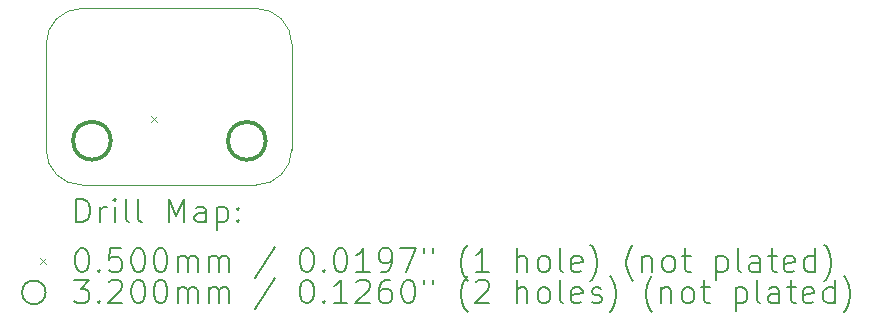
<source format=gbr>
%TF.GenerationSoftware,KiCad,Pcbnew,7.0.6*%
%TF.CreationDate,2024-09-27T12:31:37-07:00*%
%TF.ProjectId,microphone,6d696372-6f70-4686-9f6e-652e6b696361,rev?*%
%TF.SameCoordinates,Original*%
%TF.FileFunction,Drillmap*%
%TF.FilePolarity,Positive*%
%FSLAX45Y45*%
G04 Gerber Fmt 4.5, Leading zero omitted, Abs format (unit mm)*
G04 Created by KiCad (PCBNEW 7.0.6) date 2024-09-27 12:31:37*
%MOMM*%
%LPD*%
G01*
G04 APERTURE LIST*
%ADD10C,0.100000*%
%ADD11C,0.200000*%
%ADD12C,0.050000*%
%ADD13C,0.320000*%
G04 APERTURE END LIST*
D10*
X21733000Y-14384000D02*
G75*
G03*
X22033000Y-14684000I300000J0D01*
G01*
X23812000Y-13489000D02*
G75*
G03*
X23512000Y-13189000I-300000J0D01*
G01*
X23512000Y-14684000D02*
G75*
G03*
X23812000Y-14384000I0J300000D01*
G01*
X22033000Y-13189000D02*
X23512000Y-13189000D01*
X23512000Y-14684000D02*
X22033000Y-14684000D01*
X21733000Y-14384000D02*
X21733000Y-13489000D01*
X22033000Y-13189000D02*
G75*
G03*
X21733000Y-13489000I0J-300000D01*
G01*
X23812000Y-13489000D02*
X23812000Y-14384000D01*
D11*
D12*
X22620550Y-14098000D02*
X22670550Y-14148000D01*
X22670550Y-14098000D02*
X22620550Y-14148000D01*
D13*
X22280000Y-14309000D02*
G75*
G03*
X22280000Y-14309000I-160000J0D01*
G01*
X23592000Y-14310000D02*
G75*
G03*
X23592000Y-14310000I-160000J0D01*
G01*
D11*
X21988777Y-15000484D02*
X21988777Y-14800484D01*
X21988777Y-14800484D02*
X22036396Y-14800484D01*
X22036396Y-14800484D02*
X22064967Y-14810008D01*
X22064967Y-14810008D02*
X22084015Y-14829055D01*
X22084015Y-14829055D02*
X22093539Y-14848103D01*
X22093539Y-14848103D02*
X22103063Y-14886198D01*
X22103063Y-14886198D02*
X22103063Y-14914769D01*
X22103063Y-14914769D02*
X22093539Y-14952865D01*
X22093539Y-14952865D02*
X22084015Y-14971912D01*
X22084015Y-14971912D02*
X22064967Y-14990960D01*
X22064967Y-14990960D02*
X22036396Y-15000484D01*
X22036396Y-15000484D02*
X21988777Y-15000484D01*
X22188777Y-15000484D02*
X22188777Y-14867150D01*
X22188777Y-14905246D02*
X22198301Y-14886198D01*
X22198301Y-14886198D02*
X22207824Y-14876674D01*
X22207824Y-14876674D02*
X22226872Y-14867150D01*
X22226872Y-14867150D02*
X22245920Y-14867150D01*
X22312586Y-15000484D02*
X22312586Y-14867150D01*
X22312586Y-14800484D02*
X22303063Y-14810008D01*
X22303063Y-14810008D02*
X22312586Y-14819531D01*
X22312586Y-14819531D02*
X22322110Y-14810008D01*
X22322110Y-14810008D02*
X22312586Y-14800484D01*
X22312586Y-14800484D02*
X22312586Y-14819531D01*
X22436396Y-15000484D02*
X22417348Y-14990960D01*
X22417348Y-14990960D02*
X22407824Y-14971912D01*
X22407824Y-14971912D02*
X22407824Y-14800484D01*
X22541158Y-15000484D02*
X22522110Y-14990960D01*
X22522110Y-14990960D02*
X22512586Y-14971912D01*
X22512586Y-14971912D02*
X22512586Y-14800484D01*
X22769729Y-15000484D02*
X22769729Y-14800484D01*
X22769729Y-14800484D02*
X22836396Y-14943341D01*
X22836396Y-14943341D02*
X22903062Y-14800484D01*
X22903062Y-14800484D02*
X22903062Y-15000484D01*
X23084015Y-15000484D02*
X23084015Y-14895722D01*
X23084015Y-14895722D02*
X23074491Y-14876674D01*
X23074491Y-14876674D02*
X23055443Y-14867150D01*
X23055443Y-14867150D02*
X23017348Y-14867150D01*
X23017348Y-14867150D02*
X22998301Y-14876674D01*
X23084015Y-14990960D02*
X23064967Y-15000484D01*
X23064967Y-15000484D02*
X23017348Y-15000484D01*
X23017348Y-15000484D02*
X22998301Y-14990960D01*
X22998301Y-14990960D02*
X22988777Y-14971912D01*
X22988777Y-14971912D02*
X22988777Y-14952865D01*
X22988777Y-14952865D02*
X22998301Y-14933817D01*
X22998301Y-14933817D02*
X23017348Y-14924293D01*
X23017348Y-14924293D02*
X23064967Y-14924293D01*
X23064967Y-14924293D02*
X23084015Y-14914769D01*
X23179253Y-14867150D02*
X23179253Y-15067150D01*
X23179253Y-14876674D02*
X23198301Y-14867150D01*
X23198301Y-14867150D02*
X23236396Y-14867150D01*
X23236396Y-14867150D02*
X23255443Y-14876674D01*
X23255443Y-14876674D02*
X23264967Y-14886198D01*
X23264967Y-14886198D02*
X23274491Y-14905246D01*
X23274491Y-14905246D02*
X23274491Y-14962388D01*
X23274491Y-14962388D02*
X23264967Y-14981436D01*
X23264967Y-14981436D02*
X23255443Y-14990960D01*
X23255443Y-14990960D02*
X23236396Y-15000484D01*
X23236396Y-15000484D02*
X23198301Y-15000484D01*
X23198301Y-15000484D02*
X23179253Y-14990960D01*
X23360205Y-14981436D02*
X23369729Y-14990960D01*
X23369729Y-14990960D02*
X23360205Y-15000484D01*
X23360205Y-15000484D02*
X23350682Y-14990960D01*
X23350682Y-14990960D02*
X23360205Y-14981436D01*
X23360205Y-14981436D02*
X23360205Y-15000484D01*
X23360205Y-14876674D02*
X23369729Y-14886198D01*
X23369729Y-14886198D02*
X23360205Y-14895722D01*
X23360205Y-14895722D02*
X23350682Y-14886198D01*
X23350682Y-14886198D02*
X23360205Y-14876674D01*
X23360205Y-14876674D02*
X23360205Y-14895722D01*
D12*
X21678000Y-15304000D02*
X21728000Y-15354000D01*
X21728000Y-15304000D02*
X21678000Y-15354000D01*
D11*
X22026872Y-15220484D02*
X22045920Y-15220484D01*
X22045920Y-15220484D02*
X22064967Y-15230008D01*
X22064967Y-15230008D02*
X22074491Y-15239531D01*
X22074491Y-15239531D02*
X22084015Y-15258579D01*
X22084015Y-15258579D02*
X22093539Y-15296674D01*
X22093539Y-15296674D02*
X22093539Y-15344293D01*
X22093539Y-15344293D02*
X22084015Y-15382388D01*
X22084015Y-15382388D02*
X22074491Y-15401436D01*
X22074491Y-15401436D02*
X22064967Y-15410960D01*
X22064967Y-15410960D02*
X22045920Y-15420484D01*
X22045920Y-15420484D02*
X22026872Y-15420484D01*
X22026872Y-15420484D02*
X22007824Y-15410960D01*
X22007824Y-15410960D02*
X21998301Y-15401436D01*
X21998301Y-15401436D02*
X21988777Y-15382388D01*
X21988777Y-15382388D02*
X21979253Y-15344293D01*
X21979253Y-15344293D02*
X21979253Y-15296674D01*
X21979253Y-15296674D02*
X21988777Y-15258579D01*
X21988777Y-15258579D02*
X21998301Y-15239531D01*
X21998301Y-15239531D02*
X22007824Y-15230008D01*
X22007824Y-15230008D02*
X22026872Y-15220484D01*
X22179253Y-15401436D02*
X22188777Y-15410960D01*
X22188777Y-15410960D02*
X22179253Y-15420484D01*
X22179253Y-15420484D02*
X22169729Y-15410960D01*
X22169729Y-15410960D02*
X22179253Y-15401436D01*
X22179253Y-15401436D02*
X22179253Y-15420484D01*
X22369729Y-15220484D02*
X22274491Y-15220484D01*
X22274491Y-15220484D02*
X22264967Y-15315722D01*
X22264967Y-15315722D02*
X22274491Y-15306198D01*
X22274491Y-15306198D02*
X22293539Y-15296674D01*
X22293539Y-15296674D02*
X22341158Y-15296674D01*
X22341158Y-15296674D02*
X22360205Y-15306198D01*
X22360205Y-15306198D02*
X22369729Y-15315722D01*
X22369729Y-15315722D02*
X22379253Y-15334769D01*
X22379253Y-15334769D02*
X22379253Y-15382388D01*
X22379253Y-15382388D02*
X22369729Y-15401436D01*
X22369729Y-15401436D02*
X22360205Y-15410960D01*
X22360205Y-15410960D02*
X22341158Y-15420484D01*
X22341158Y-15420484D02*
X22293539Y-15420484D01*
X22293539Y-15420484D02*
X22274491Y-15410960D01*
X22274491Y-15410960D02*
X22264967Y-15401436D01*
X22503062Y-15220484D02*
X22522110Y-15220484D01*
X22522110Y-15220484D02*
X22541158Y-15230008D01*
X22541158Y-15230008D02*
X22550682Y-15239531D01*
X22550682Y-15239531D02*
X22560205Y-15258579D01*
X22560205Y-15258579D02*
X22569729Y-15296674D01*
X22569729Y-15296674D02*
X22569729Y-15344293D01*
X22569729Y-15344293D02*
X22560205Y-15382388D01*
X22560205Y-15382388D02*
X22550682Y-15401436D01*
X22550682Y-15401436D02*
X22541158Y-15410960D01*
X22541158Y-15410960D02*
X22522110Y-15420484D01*
X22522110Y-15420484D02*
X22503062Y-15420484D01*
X22503062Y-15420484D02*
X22484015Y-15410960D01*
X22484015Y-15410960D02*
X22474491Y-15401436D01*
X22474491Y-15401436D02*
X22464967Y-15382388D01*
X22464967Y-15382388D02*
X22455443Y-15344293D01*
X22455443Y-15344293D02*
X22455443Y-15296674D01*
X22455443Y-15296674D02*
X22464967Y-15258579D01*
X22464967Y-15258579D02*
X22474491Y-15239531D01*
X22474491Y-15239531D02*
X22484015Y-15230008D01*
X22484015Y-15230008D02*
X22503062Y-15220484D01*
X22693539Y-15220484D02*
X22712586Y-15220484D01*
X22712586Y-15220484D02*
X22731634Y-15230008D01*
X22731634Y-15230008D02*
X22741158Y-15239531D01*
X22741158Y-15239531D02*
X22750682Y-15258579D01*
X22750682Y-15258579D02*
X22760205Y-15296674D01*
X22760205Y-15296674D02*
X22760205Y-15344293D01*
X22760205Y-15344293D02*
X22750682Y-15382388D01*
X22750682Y-15382388D02*
X22741158Y-15401436D01*
X22741158Y-15401436D02*
X22731634Y-15410960D01*
X22731634Y-15410960D02*
X22712586Y-15420484D01*
X22712586Y-15420484D02*
X22693539Y-15420484D01*
X22693539Y-15420484D02*
X22674491Y-15410960D01*
X22674491Y-15410960D02*
X22664967Y-15401436D01*
X22664967Y-15401436D02*
X22655443Y-15382388D01*
X22655443Y-15382388D02*
X22645920Y-15344293D01*
X22645920Y-15344293D02*
X22645920Y-15296674D01*
X22645920Y-15296674D02*
X22655443Y-15258579D01*
X22655443Y-15258579D02*
X22664967Y-15239531D01*
X22664967Y-15239531D02*
X22674491Y-15230008D01*
X22674491Y-15230008D02*
X22693539Y-15220484D01*
X22845920Y-15420484D02*
X22845920Y-15287150D01*
X22845920Y-15306198D02*
X22855443Y-15296674D01*
X22855443Y-15296674D02*
X22874491Y-15287150D01*
X22874491Y-15287150D02*
X22903063Y-15287150D01*
X22903063Y-15287150D02*
X22922110Y-15296674D01*
X22922110Y-15296674D02*
X22931634Y-15315722D01*
X22931634Y-15315722D02*
X22931634Y-15420484D01*
X22931634Y-15315722D02*
X22941158Y-15296674D01*
X22941158Y-15296674D02*
X22960205Y-15287150D01*
X22960205Y-15287150D02*
X22988777Y-15287150D01*
X22988777Y-15287150D02*
X23007824Y-15296674D01*
X23007824Y-15296674D02*
X23017348Y-15315722D01*
X23017348Y-15315722D02*
X23017348Y-15420484D01*
X23112586Y-15420484D02*
X23112586Y-15287150D01*
X23112586Y-15306198D02*
X23122110Y-15296674D01*
X23122110Y-15296674D02*
X23141158Y-15287150D01*
X23141158Y-15287150D02*
X23169729Y-15287150D01*
X23169729Y-15287150D02*
X23188777Y-15296674D01*
X23188777Y-15296674D02*
X23198301Y-15315722D01*
X23198301Y-15315722D02*
X23198301Y-15420484D01*
X23198301Y-15315722D02*
X23207824Y-15296674D01*
X23207824Y-15296674D02*
X23226872Y-15287150D01*
X23226872Y-15287150D02*
X23255443Y-15287150D01*
X23255443Y-15287150D02*
X23274491Y-15296674D01*
X23274491Y-15296674D02*
X23284015Y-15315722D01*
X23284015Y-15315722D02*
X23284015Y-15420484D01*
X23674491Y-15210960D02*
X23503063Y-15468103D01*
X23931634Y-15220484D02*
X23950682Y-15220484D01*
X23950682Y-15220484D02*
X23969729Y-15230008D01*
X23969729Y-15230008D02*
X23979253Y-15239531D01*
X23979253Y-15239531D02*
X23988777Y-15258579D01*
X23988777Y-15258579D02*
X23998301Y-15296674D01*
X23998301Y-15296674D02*
X23998301Y-15344293D01*
X23998301Y-15344293D02*
X23988777Y-15382388D01*
X23988777Y-15382388D02*
X23979253Y-15401436D01*
X23979253Y-15401436D02*
X23969729Y-15410960D01*
X23969729Y-15410960D02*
X23950682Y-15420484D01*
X23950682Y-15420484D02*
X23931634Y-15420484D01*
X23931634Y-15420484D02*
X23912586Y-15410960D01*
X23912586Y-15410960D02*
X23903063Y-15401436D01*
X23903063Y-15401436D02*
X23893539Y-15382388D01*
X23893539Y-15382388D02*
X23884015Y-15344293D01*
X23884015Y-15344293D02*
X23884015Y-15296674D01*
X23884015Y-15296674D02*
X23893539Y-15258579D01*
X23893539Y-15258579D02*
X23903063Y-15239531D01*
X23903063Y-15239531D02*
X23912586Y-15230008D01*
X23912586Y-15230008D02*
X23931634Y-15220484D01*
X24084015Y-15401436D02*
X24093539Y-15410960D01*
X24093539Y-15410960D02*
X24084015Y-15420484D01*
X24084015Y-15420484D02*
X24074491Y-15410960D01*
X24074491Y-15410960D02*
X24084015Y-15401436D01*
X24084015Y-15401436D02*
X24084015Y-15420484D01*
X24217348Y-15220484D02*
X24236396Y-15220484D01*
X24236396Y-15220484D02*
X24255444Y-15230008D01*
X24255444Y-15230008D02*
X24264967Y-15239531D01*
X24264967Y-15239531D02*
X24274491Y-15258579D01*
X24274491Y-15258579D02*
X24284015Y-15296674D01*
X24284015Y-15296674D02*
X24284015Y-15344293D01*
X24284015Y-15344293D02*
X24274491Y-15382388D01*
X24274491Y-15382388D02*
X24264967Y-15401436D01*
X24264967Y-15401436D02*
X24255444Y-15410960D01*
X24255444Y-15410960D02*
X24236396Y-15420484D01*
X24236396Y-15420484D02*
X24217348Y-15420484D01*
X24217348Y-15420484D02*
X24198301Y-15410960D01*
X24198301Y-15410960D02*
X24188777Y-15401436D01*
X24188777Y-15401436D02*
X24179253Y-15382388D01*
X24179253Y-15382388D02*
X24169729Y-15344293D01*
X24169729Y-15344293D02*
X24169729Y-15296674D01*
X24169729Y-15296674D02*
X24179253Y-15258579D01*
X24179253Y-15258579D02*
X24188777Y-15239531D01*
X24188777Y-15239531D02*
X24198301Y-15230008D01*
X24198301Y-15230008D02*
X24217348Y-15220484D01*
X24474491Y-15420484D02*
X24360206Y-15420484D01*
X24417348Y-15420484D02*
X24417348Y-15220484D01*
X24417348Y-15220484D02*
X24398301Y-15249055D01*
X24398301Y-15249055D02*
X24379253Y-15268103D01*
X24379253Y-15268103D02*
X24360206Y-15277627D01*
X24569729Y-15420484D02*
X24607825Y-15420484D01*
X24607825Y-15420484D02*
X24626872Y-15410960D01*
X24626872Y-15410960D02*
X24636396Y-15401436D01*
X24636396Y-15401436D02*
X24655444Y-15372865D01*
X24655444Y-15372865D02*
X24664967Y-15334769D01*
X24664967Y-15334769D02*
X24664967Y-15258579D01*
X24664967Y-15258579D02*
X24655444Y-15239531D01*
X24655444Y-15239531D02*
X24645920Y-15230008D01*
X24645920Y-15230008D02*
X24626872Y-15220484D01*
X24626872Y-15220484D02*
X24588777Y-15220484D01*
X24588777Y-15220484D02*
X24569729Y-15230008D01*
X24569729Y-15230008D02*
X24560206Y-15239531D01*
X24560206Y-15239531D02*
X24550682Y-15258579D01*
X24550682Y-15258579D02*
X24550682Y-15306198D01*
X24550682Y-15306198D02*
X24560206Y-15325246D01*
X24560206Y-15325246D02*
X24569729Y-15334769D01*
X24569729Y-15334769D02*
X24588777Y-15344293D01*
X24588777Y-15344293D02*
X24626872Y-15344293D01*
X24626872Y-15344293D02*
X24645920Y-15334769D01*
X24645920Y-15334769D02*
X24655444Y-15325246D01*
X24655444Y-15325246D02*
X24664967Y-15306198D01*
X24731634Y-15220484D02*
X24864967Y-15220484D01*
X24864967Y-15220484D02*
X24779253Y-15420484D01*
X24931634Y-15220484D02*
X24931634Y-15258579D01*
X25007825Y-15220484D02*
X25007825Y-15258579D01*
X25303063Y-15496674D02*
X25293539Y-15487150D01*
X25293539Y-15487150D02*
X25274491Y-15458579D01*
X25274491Y-15458579D02*
X25264968Y-15439531D01*
X25264968Y-15439531D02*
X25255444Y-15410960D01*
X25255444Y-15410960D02*
X25245920Y-15363341D01*
X25245920Y-15363341D02*
X25245920Y-15325246D01*
X25245920Y-15325246D02*
X25255444Y-15277627D01*
X25255444Y-15277627D02*
X25264968Y-15249055D01*
X25264968Y-15249055D02*
X25274491Y-15230008D01*
X25274491Y-15230008D02*
X25293539Y-15201436D01*
X25293539Y-15201436D02*
X25303063Y-15191912D01*
X25484015Y-15420484D02*
X25369729Y-15420484D01*
X25426872Y-15420484D02*
X25426872Y-15220484D01*
X25426872Y-15220484D02*
X25407825Y-15249055D01*
X25407825Y-15249055D02*
X25388777Y-15268103D01*
X25388777Y-15268103D02*
X25369729Y-15277627D01*
X25722110Y-15420484D02*
X25722110Y-15220484D01*
X25807825Y-15420484D02*
X25807825Y-15315722D01*
X25807825Y-15315722D02*
X25798301Y-15296674D01*
X25798301Y-15296674D02*
X25779253Y-15287150D01*
X25779253Y-15287150D02*
X25750682Y-15287150D01*
X25750682Y-15287150D02*
X25731634Y-15296674D01*
X25731634Y-15296674D02*
X25722110Y-15306198D01*
X25931634Y-15420484D02*
X25912587Y-15410960D01*
X25912587Y-15410960D02*
X25903063Y-15401436D01*
X25903063Y-15401436D02*
X25893539Y-15382388D01*
X25893539Y-15382388D02*
X25893539Y-15325246D01*
X25893539Y-15325246D02*
X25903063Y-15306198D01*
X25903063Y-15306198D02*
X25912587Y-15296674D01*
X25912587Y-15296674D02*
X25931634Y-15287150D01*
X25931634Y-15287150D02*
X25960206Y-15287150D01*
X25960206Y-15287150D02*
X25979253Y-15296674D01*
X25979253Y-15296674D02*
X25988777Y-15306198D01*
X25988777Y-15306198D02*
X25998301Y-15325246D01*
X25998301Y-15325246D02*
X25998301Y-15382388D01*
X25998301Y-15382388D02*
X25988777Y-15401436D01*
X25988777Y-15401436D02*
X25979253Y-15410960D01*
X25979253Y-15410960D02*
X25960206Y-15420484D01*
X25960206Y-15420484D02*
X25931634Y-15420484D01*
X26112587Y-15420484D02*
X26093539Y-15410960D01*
X26093539Y-15410960D02*
X26084015Y-15391912D01*
X26084015Y-15391912D02*
X26084015Y-15220484D01*
X26264968Y-15410960D02*
X26245920Y-15420484D01*
X26245920Y-15420484D02*
X26207825Y-15420484D01*
X26207825Y-15420484D02*
X26188777Y-15410960D01*
X26188777Y-15410960D02*
X26179253Y-15391912D01*
X26179253Y-15391912D02*
X26179253Y-15315722D01*
X26179253Y-15315722D02*
X26188777Y-15296674D01*
X26188777Y-15296674D02*
X26207825Y-15287150D01*
X26207825Y-15287150D02*
X26245920Y-15287150D01*
X26245920Y-15287150D02*
X26264968Y-15296674D01*
X26264968Y-15296674D02*
X26274491Y-15315722D01*
X26274491Y-15315722D02*
X26274491Y-15334769D01*
X26274491Y-15334769D02*
X26179253Y-15353817D01*
X26341158Y-15496674D02*
X26350682Y-15487150D01*
X26350682Y-15487150D02*
X26369730Y-15458579D01*
X26369730Y-15458579D02*
X26379253Y-15439531D01*
X26379253Y-15439531D02*
X26388777Y-15410960D01*
X26388777Y-15410960D02*
X26398301Y-15363341D01*
X26398301Y-15363341D02*
X26398301Y-15325246D01*
X26398301Y-15325246D02*
X26388777Y-15277627D01*
X26388777Y-15277627D02*
X26379253Y-15249055D01*
X26379253Y-15249055D02*
X26369730Y-15230008D01*
X26369730Y-15230008D02*
X26350682Y-15201436D01*
X26350682Y-15201436D02*
X26341158Y-15191912D01*
X26703063Y-15496674D02*
X26693539Y-15487150D01*
X26693539Y-15487150D02*
X26674491Y-15458579D01*
X26674491Y-15458579D02*
X26664968Y-15439531D01*
X26664968Y-15439531D02*
X26655444Y-15410960D01*
X26655444Y-15410960D02*
X26645920Y-15363341D01*
X26645920Y-15363341D02*
X26645920Y-15325246D01*
X26645920Y-15325246D02*
X26655444Y-15277627D01*
X26655444Y-15277627D02*
X26664968Y-15249055D01*
X26664968Y-15249055D02*
X26674491Y-15230008D01*
X26674491Y-15230008D02*
X26693539Y-15201436D01*
X26693539Y-15201436D02*
X26703063Y-15191912D01*
X26779253Y-15287150D02*
X26779253Y-15420484D01*
X26779253Y-15306198D02*
X26788777Y-15296674D01*
X26788777Y-15296674D02*
X26807825Y-15287150D01*
X26807825Y-15287150D02*
X26836396Y-15287150D01*
X26836396Y-15287150D02*
X26855444Y-15296674D01*
X26855444Y-15296674D02*
X26864968Y-15315722D01*
X26864968Y-15315722D02*
X26864968Y-15420484D01*
X26988777Y-15420484D02*
X26969730Y-15410960D01*
X26969730Y-15410960D02*
X26960206Y-15401436D01*
X26960206Y-15401436D02*
X26950682Y-15382388D01*
X26950682Y-15382388D02*
X26950682Y-15325246D01*
X26950682Y-15325246D02*
X26960206Y-15306198D01*
X26960206Y-15306198D02*
X26969730Y-15296674D01*
X26969730Y-15296674D02*
X26988777Y-15287150D01*
X26988777Y-15287150D02*
X27017349Y-15287150D01*
X27017349Y-15287150D02*
X27036396Y-15296674D01*
X27036396Y-15296674D02*
X27045920Y-15306198D01*
X27045920Y-15306198D02*
X27055444Y-15325246D01*
X27055444Y-15325246D02*
X27055444Y-15382388D01*
X27055444Y-15382388D02*
X27045920Y-15401436D01*
X27045920Y-15401436D02*
X27036396Y-15410960D01*
X27036396Y-15410960D02*
X27017349Y-15420484D01*
X27017349Y-15420484D02*
X26988777Y-15420484D01*
X27112587Y-15287150D02*
X27188777Y-15287150D01*
X27141158Y-15220484D02*
X27141158Y-15391912D01*
X27141158Y-15391912D02*
X27150682Y-15410960D01*
X27150682Y-15410960D02*
X27169730Y-15420484D01*
X27169730Y-15420484D02*
X27188777Y-15420484D01*
X27407825Y-15287150D02*
X27407825Y-15487150D01*
X27407825Y-15296674D02*
X27426872Y-15287150D01*
X27426872Y-15287150D02*
X27464968Y-15287150D01*
X27464968Y-15287150D02*
X27484015Y-15296674D01*
X27484015Y-15296674D02*
X27493539Y-15306198D01*
X27493539Y-15306198D02*
X27503063Y-15325246D01*
X27503063Y-15325246D02*
X27503063Y-15382388D01*
X27503063Y-15382388D02*
X27493539Y-15401436D01*
X27493539Y-15401436D02*
X27484015Y-15410960D01*
X27484015Y-15410960D02*
X27464968Y-15420484D01*
X27464968Y-15420484D02*
X27426872Y-15420484D01*
X27426872Y-15420484D02*
X27407825Y-15410960D01*
X27617349Y-15420484D02*
X27598301Y-15410960D01*
X27598301Y-15410960D02*
X27588777Y-15391912D01*
X27588777Y-15391912D02*
X27588777Y-15220484D01*
X27779253Y-15420484D02*
X27779253Y-15315722D01*
X27779253Y-15315722D02*
X27769730Y-15296674D01*
X27769730Y-15296674D02*
X27750682Y-15287150D01*
X27750682Y-15287150D02*
X27712587Y-15287150D01*
X27712587Y-15287150D02*
X27693539Y-15296674D01*
X27779253Y-15410960D02*
X27760206Y-15420484D01*
X27760206Y-15420484D02*
X27712587Y-15420484D01*
X27712587Y-15420484D02*
X27693539Y-15410960D01*
X27693539Y-15410960D02*
X27684015Y-15391912D01*
X27684015Y-15391912D02*
X27684015Y-15372865D01*
X27684015Y-15372865D02*
X27693539Y-15353817D01*
X27693539Y-15353817D02*
X27712587Y-15344293D01*
X27712587Y-15344293D02*
X27760206Y-15344293D01*
X27760206Y-15344293D02*
X27779253Y-15334769D01*
X27845920Y-15287150D02*
X27922111Y-15287150D01*
X27874492Y-15220484D02*
X27874492Y-15391912D01*
X27874492Y-15391912D02*
X27884015Y-15410960D01*
X27884015Y-15410960D02*
X27903063Y-15420484D01*
X27903063Y-15420484D02*
X27922111Y-15420484D01*
X28064968Y-15410960D02*
X28045920Y-15420484D01*
X28045920Y-15420484D02*
X28007825Y-15420484D01*
X28007825Y-15420484D02*
X27988777Y-15410960D01*
X27988777Y-15410960D02*
X27979253Y-15391912D01*
X27979253Y-15391912D02*
X27979253Y-15315722D01*
X27979253Y-15315722D02*
X27988777Y-15296674D01*
X27988777Y-15296674D02*
X28007825Y-15287150D01*
X28007825Y-15287150D02*
X28045920Y-15287150D01*
X28045920Y-15287150D02*
X28064968Y-15296674D01*
X28064968Y-15296674D02*
X28074492Y-15315722D01*
X28074492Y-15315722D02*
X28074492Y-15334769D01*
X28074492Y-15334769D02*
X27979253Y-15353817D01*
X28245920Y-15420484D02*
X28245920Y-15220484D01*
X28245920Y-15410960D02*
X28226873Y-15420484D01*
X28226873Y-15420484D02*
X28188777Y-15420484D01*
X28188777Y-15420484D02*
X28169730Y-15410960D01*
X28169730Y-15410960D02*
X28160206Y-15401436D01*
X28160206Y-15401436D02*
X28150682Y-15382388D01*
X28150682Y-15382388D02*
X28150682Y-15325246D01*
X28150682Y-15325246D02*
X28160206Y-15306198D01*
X28160206Y-15306198D02*
X28169730Y-15296674D01*
X28169730Y-15296674D02*
X28188777Y-15287150D01*
X28188777Y-15287150D02*
X28226873Y-15287150D01*
X28226873Y-15287150D02*
X28245920Y-15296674D01*
X28322111Y-15496674D02*
X28331634Y-15487150D01*
X28331634Y-15487150D02*
X28350682Y-15458579D01*
X28350682Y-15458579D02*
X28360206Y-15439531D01*
X28360206Y-15439531D02*
X28369730Y-15410960D01*
X28369730Y-15410960D02*
X28379253Y-15363341D01*
X28379253Y-15363341D02*
X28379253Y-15325246D01*
X28379253Y-15325246D02*
X28369730Y-15277627D01*
X28369730Y-15277627D02*
X28360206Y-15249055D01*
X28360206Y-15249055D02*
X28350682Y-15230008D01*
X28350682Y-15230008D02*
X28331634Y-15201436D01*
X28331634Y-15201436D02*
X28322111Y-15191912D01*
X21728000Y-15593000D02*
G75*
G03*
X21728000Y-15593000I-100000J0D01*
G01*
X21969729Y-15484484D02*
X22093539Y-15484484D01*
X22093539Y-15484484D02*
X22026872Y-15560674D01*
X22026872Y-15560674D02*
X22055444Y-15560674D01*
X22055444Y-15560674D02*
X22074491Y-15570198D01*
X22074491Y-15570198D02*
X22084015Y-15579722D01*
X22084015Y-15579722D02*
X22093539Y-15598769D01*
X22093539Y-15598769D02*
X22093539Y-15646388D01*
X22093539Y-15646388D02*
X22084015Y-15665436D01*
X22084015Y-15665436D02*
X22074491Y-15674960D01*
X22074491Y-15674960D02*
X22055444Y-15684484D01*
X22055444Y-15684484D02*
X21998301Y-15684484D01*
X21998301Y-15684484D02*
X21979253Y-15674960D01*
X21979253Y-15674960D02*
X21969729Y-15665436D01*
X22179253Y-15665436D02*
X22188777Y-15674960D01*
X22188777Y-15674960D02*
X22179253Y-15684484D01*
X22179253Y-15684484D02*
X22169729Y-15674960D01*
X22169729Y-15674960D02*
X22179253Y-15665436D01*
X22179253Y-15665436D02*
X22179253Y-15684484D01*
X22264967Y-15503531D02*
X22274491Y-15494008D01*
X22274491Y-15494008D02*
X22293539Y-15484484D01*
X22293539Y-15484484D02*
X22341158Y-15484484D01*
X22341158Y-15484484D02*
X22360205Y-15494008D01*
X22360205Y-15494008D02*
X22369729Y-15503531D01*
X22369729Y-15503531D02*
X22379253Y-15522579D01*
X22379253Y-15522579D02*
X22379253Y-15541627D01*
X22379253Y-15541627D02*
X22369729Y-15570198D01*
X22369729Y-15570198D02*
X22255444Y-15684484D01*
X22255444Y-15684484D02*
X22379253Y-15684484D01*
X22503062Y-15484484D02*
X22522110Y-15484484D01*
X22522110Y-15484484D02*
X22541158Y-15494008D01*
X22541158Y-15494008D02*
X22550682Y-15503531D01*
X22550682Y-15503531D02*
X22560205Y-15522579D01*
X22560205Y-15522579D02*
X22569729Y-15560674D01*
X22569729Y-15560674D02*
X22569729Y-15608293D01*
X22569729Y-15608293D02*
X22560205Y-15646388D01*
X22560205Y-15646388D02*
X22550682Y-15665436D01*
X22550682Y-15665436D02*
X22541158Y-15674960D01*
X22541158Y-15674960D02*
X22522110Y-15684484D01*
X22522110Y-15684484D02*
X22503062Y-15684484D01*
X22503062Y-15684484D02*
X22484015Y-15674960D01*
X22484015Y-15674960D02*
X22474491Y-15665436D01*
X22474491Y-15665436D02*
X22464967Y-15646388D01*
X22464967Y-15646388D02*
X22455443Y-15608293D01*
X22455443Y-15608293D02*
X22455443Y-15560674D01*
X22455443Y-15560674D02*
X22464967Y-15522579D01*
X22464967Y-15522579D02*
X22474491Y-15503531D01*
X22474491Y-15503531D02*
X22484015Y-15494008D01*
X22484015Y-15494008D02*
X22503062Y-15484484D01*
X22693539Y-15484484D02*
X22712586Y-15484484D01*
X22712586Y-15484484D02*
X22731634Y-15494008D01*
X22731634Y-15494008D02*
X22741158Y-15503531D01*
X22741158Y-15503531D02*
X22750682Y-15522579D01*
X22750682Y-15522579D02*
X22760205Y-15560674D01*
X22760205Y-15560674D02*
X22760205Y-15608293D01*
X22760205Y-15608293D02*
X22750682Y-15646388D01*
X22750682Y-15646388D02*
X22741158Y-15665436D01*
X22741158Y-15665436D02*
X22731634Y-15674960D01*
X22731634Y-15674960D02*
X22712586Y-15684484D01*
X22712586Y-15684484D02*
X22693539Y-15684484D01*
X22693539Y-15684484D02*
X22674491Y-15674960D01*
X22674491Y-15674960D02*
X22664967Y-15665436D01*
X22664967Y-15665436D02*
X22655443Y-15646388D01*
X22655443Y-15646388D02*
X22645920Y-15608293D01*
X22645920Y-15608293D02*
X22645920Y-15560674D01*
X22645920Y-15560674D02*
X22655443Y-15522579D01*
X22655443Y-15522579D02*
X22664967Y-15503531D01*
X22664967Y-15503531D02*
X22674491Y-15494008D01*
X22674491Y-15494008D02*
X22693539Y-15484484D01*
X22845920Y-15684484D02*
X22845920Y-15551150D01*
X22845920Y-15570198D02*
X22855443Y-15560674D01*
X22855443Y-15560674D02*
X22874491Y-15551150D01*
X22874491Y-15551150D02*
X22903063Y-15551150D01*
X22903063Y-15551150D02*
X22922110Y-15560674D01*
X22922110Y-15560674D02*
X22931634Y-15579722D01*
X22931634Y-15579722D02*
X22931634Y-15684484D01*
X22931634Y-15579722D02*
X22941158Y-15560674D01*
X22941158Y-15560674D02*
X22960205Y-15551150D01*
X22960205Y-15551150D02*
X22988777Y-15551150D01*
X22988777Y-15551150D02*
X23007824Y-15560674D01*
X23007824Y-15560674D02*
X23017348Y-15579722D01*
X23017348Y-15579722D02*
X23017348Y-15684484D01*
X23112586Y-15684484D02*
X23112586Y-15551150D01*
X23112586Y-15570198D02*
X23122110Y-15560674D01*
X23122110Y-15560674D02*
X23141158Y-15551150D01*
X23141158Y-15551150D02*
X23169729Y-15551150D01*
X23169729Y-15551150D02*
X23188777Y-15560674D01*
X23188777Y-15560674D02*
X23198301Y-15579722D01*
X23198301Y-15579722D02*
X23198301Y-15684484D01*
X23198301Y-15579722D02*
X23207824Y-15560674D01*
X23207824Y-15560674D02*
X23226872Y-15551150D01*
X23226872Y-15551150D02*
X23255443Y-15551150D01*
X23255443Y-15551150D02*
X23274491Y-15560674D01*
X23274491Y-15560674D02*
X23284015Y-15579722D01*
X23284015Y-15579722D02*
X23284015Y-15684484D01*
X23674491Y-15474960D02*
X23503063Y-15732103D01*
X23931634Y-15484484D02*
X23950682Y-15484484D01*
X23950682Y-15484484D02*
X23969729Y-15494008D01*
X23969729Y-15494008D02*
X23979253Y-15503531D01*
X23979253Y-15503531D02*
X23988777Y-15522579D01*
X23988777Y-15522579D02*
X23998301Y-15560674D01*
X23998301Y-15560674D02*
X23998301Y-15608293D01*
X23998301Y-15608293D02*
X23988777Y-15646388D01*
X23988777Y-15646388D02*
X23979253Y-15665436D01*
X23979253Y-15665436D02*
X23969729Y-15674960D01*
X23969729Y-15674960D02*
X23950682Y-15684484D01*
X23950682Y-15684484D02*
X23931634Y-15684484D01*
X23931634Y-15684484D02*
X23912586Y-15674960D01*
X23912586Y-15674960D02*
X23903063Y-15665436D01*
X23903063Y-15665436D02*
X23893539Y-15646388D01*
X23893539Y-15646388D02*
X23884015Y-15608293D01*
X23884015Y-15608293D02*
X23884015Y-15560674D01*
X23884015Y-15560674D02*
X23893539Y-15522579D01*
X23893539Y-15522579D02*
X23903063Y-15503531D01*
X23903063Y-15503531D02*
X23912586Y-15494008D01*
X23912586Y-15494008D02*
X23931634Y-15484484D01*
X24084015Y-15665436D02*
X24093539Y-15674960D01*
X24093539Y-15674960D02*
X24084015Y-15684484D01*
X24084015Y-15684484D02*
X24074491Y-15674960D01*
X24074491Y-15674960D02*
X24084015Y-15665436D01*
X24084015Y-15665436D02*
X24084015Y-15684484D01*
X24284015Y-15684484D02*
X24169729Y-15684484D01*
X24226872Y-15684484D02*
X24226872Y-15484484D01*
X24226872Y-15484484D02*
X24207825Y-15513055D01*
X24207825Y-15513055D02*
X24188777Y-15532103D01*
X24188777Y-15532103D02*
X24169729Y-15541627D01*
X24360206Y-15503531D02*
X24369729Y-15494008D01*
X24369729Y-15494008D02*
X24388777Y-15484484D01*
X24388777Y-15484484D02*
X24436396Y-15484484D01*
X24436396Y-15484484D02*
X24455444Y-15494008D01*
X24455444Y-15494008D02*
X24464967Y-15503531D01*
X24464967Y-15503531D02*
X24474491Y-15522579D01*
X24474491Y-15522579D02*
X24474491Y-15541627D01*
X24474491Y-15541627D02*
X24464967Y-15570198D01*
X24464967Y-15570198D02*
X24350682Y-15684484D01*
X24350682Y-15684484D02*
X24474491Y-15684484D01*
X24645920Y-15484484D02*
X24607825Y-15484484D01*
X24607825Y-15484484D02*
X24588777Y-15494008D01*
X24588777Y-15494008D02*
X24579253Y-15503531D01*
X24579253Y-15503531D02*
X24560206Y-15532103D01*
X24560206Y-15532103D02*
X24550682Y-15570198D01*
X24550682Y-15570198D02*
X24550682Y-15646388D01*
X24550682Y-15646388D02*
X24560206Y-15665436D01*
X24560206Y-15665436D02*
X24569729Y-15674960D01*
X24569729Y-15674960D02*
X24588777Y-15684484D01*
X24588777Y-15684484D02*
X24626872Y-15684484D01*
X24626872Y-15684484D02*
X24645920Y-15674960D01*
X24645920Y-15674960D02*
X24655444Y-15665436D01*
X24655444Y-15665436D02*
X24664967Y-15646388D01*
X24664967Y-15646388D02*
X24664967Y-15598769D01*
X24664967Y-15598769D02*
X24655444Y-15579722D01*
X24655444Y-15579722D02*
X24645920Y-15570198D01*
X24645920Y-15570198D02*
X24626872Y-15560674D01*
X24626872Y-15560674D02*
X24588777Y-15560674D01*
X24588777Y-15560674D02*
X24569729Y-15570198D01*
X24569729Y-15570198D02*
X24560206Y-15579722D01*
X24560206Y-15579722D02*
X24550682Y-15598769D01*
X24788777Y-15484484D02*
X24807825Y-15484484D01*
X24807825Y-15484484D02*
X24826872Y-15494008D01*
X24826872Y-15494008D02*
X24836396Y-15503531D01*
X24836396Y-15503531D02*
X24845920Y-15522579D01*
X24845920Y-15522579D02*
X24855444Y-15560674D01*
X24855444Y-15560674D02*
X24855444Y-15608293D01*
X24855444Y-15608293D02*
X24845920Y-15646388D01*
X24845920Y-15646388D02*
X24836396Y-15665436D01*
X24836396Y-15665436D02*
X24826872Y-15674960D01*
X24826872Y-15674960D02*
X24807825Y-15684484D01*
X24807825Y-15684484D02*
X24788777Y-15684484D01*
X24788777Y-15684484D02*
X24769729Y-15674960D01*
X24769729Y-15674960D02*
X24760206Y-15665436D01*
X24760206Y-15665436D02*
X24750682Y-15646388D01*
X24750682Y-15646388D02*
X24741158Y-15608293D01*
X24741158Y-15608293D02*
X24741158Y-15560674D01*
X24741158Y-15560674D02*
X24750682Y-15522579D01*
X24750682Y-15522579D02*
X24760206Y-15503531D01*
X24760206Y-15503531D02*
X24769729Y-15494008D01*
X24769729Y-15494008D02*
X24788777Y-15484484D01*
X24931634Y-15484484D02*
X24931634Y-15522579D01*
X25007825Y-15484484D02*
X25007825Y-15522579D01*
X25303063Y-15760674D02*
X25293539Y-15751150D01*
X25293539Y-15751150D02*
X25274491Y-15722579D01*
X25274491Y-15722579D02*
X25264968Y-15703531D01*
X25264968Y-15703531D02*
X25255444Y-15674960D01*
X25255444Y-15674960D02*
X25245920Y-15627341D01*
X25245920Y-15627341D02*
X25245920Y-15589246D01*
X25245920Y-15589246D02*
X25255444Y-15541627D01*
X25255444Y-15541627D02*
X25264968Y-15513055D01*
X25264968Y-15513055D02*
X25274491Y-15494008D01*
X25274491Y-15494008D02*
X25293539Y-15465436D01*
X25293539Y-15465436D02*
X25303063Y-15455912D01*
X25369729Y-15503531D02*
X25379253Y-15494008D01*
X25379253Y-15494008D02*
X25398301Y-15484484D01*
X25398301Y-15484484D02*
X25445920Y-15484484D01*
X25445920Y-15484484D02*
X25464968Y-15494008D01*
X25464968Y-15494008D02*
X25474491Y-15503531D01*
X25474491Y-15503531D02*
X25484015Y-15522579D01*
X25484015Y-15522579D02*
X25484015Y-15541627D01*
X25484015Y-15541627D02*
X25474491Y-15570198D01*
X25474491Y-15570198D02*
X25360206Y-15684484D01*
X25360206Y-15684484D02*
X25484015Y-15684484D01*
X25722110Y-15684484D02*
X25722110Y-15484484D01*
X25807825Y-15684484D02*
X25807825Y-15579722D01*
X25807825Y-15579722D02*
X25798301Y-15560674D01*
X25798301Y-15560674D02*
X25779253Y-15551150D01*
X25779253Y-15551150D02*
X25750682Y-15551150D01*
X25750682Y-15551150D02*
X25731634Y-15560674D01*
X25731634Y-15560674D02*
X25722110Y-15570198D01*
X25931634Y-15684484D02*
X25912587Y-15674960D01*
X25912587Y-15674960D02*
X25903063Y-15665436D01*
X25903063Y-15665436D02*
X25893539Y-15646388D01*
X25893539Y-15646388D02*
X25893539Y-15589246D01*
X25893539Y-15589246D02*
X25903063Y-15570198D01*
X25903063Y-15570198D02*
X25912587Y-15560674D01*
X25912587Y-15560674D02*
X25931634Y-15551150D01*
X25931634Y-15551150D02*
X25960206Y-15551150D01*
X25960206Y-15551150D02*
X25979253Y-15560674D01*
X25979253Y-15560674D02*
X25988777Y-15570198D01*
X25988777Y-15570198D02*
X25998301Y-15589246D01*
X25998301Y-15589246D02*
X25998301Y-15646388D01*
X25998301Y-15646388D02*
X25988777Y-15665436D01*
X25988777Y-15665436D02*
X25979253Y-15674960D01*
X25979253Y-15674960D02*
X25960206Y-15684484D01*
X25960206Y-15684484D02*
X25931634Y-15684484D01*
X26112587Y-15684484D02*
X26093539Y-15674960D01*
X26093539Y-15674960D02*
X26084015Y-15655912D01*
X26084015Y-15655912D02*
X26084015Y-15484484D01*
X26264968Y-15674960D02*
X26245920Y-15684484D01*
X26245920Y-15684484D02*
X26207825Y-15684484D01*
X26207825Y-15684484D02*
X26188777Y-15674960D01*
X26188777Y-15674960D02*
X26179253Y-15655912D01*
X26179253Y-15655912D02*
X26179253Y-15579722D01*
X26179253Y-15579722D02*
X26188777Y-15560674D01*
X26188777Y-15560674D02*
X26207825Y-15551150D01*
X26207825Y-15551150D02*
X26245920Y-15551150D01*
X26245920Y-15551150D02*
X26264968Y-15560674D01*
X26264968Y-15560674D02*
X26274491Y-15579722D01*
X26274491Y-15579722D02*
X26274491Y-15598769D01*
X26274491Y-15598769D02*
X26179253Y-15617817D01*
X26350682Y-15674960D02*
X26369730Y-15684484D01*
X26369730Y-15684484D02*
X26407825Y-15684484D01*
X26407825Y-15684484D02*
X26426872Y-15674960D01*
X26426872Y-15674960D02*
X26436396Y-15655912D01*
X26436396Y-15655912D02*
X26436396Y-15646388D01*
X26436396Y-15646388D02*
X26426872Y-15627341D01*
X26426872Y-15627341D02*
X26407825Y-15617817D01*
X26407825Y-15617817D02*
X26379253Y-15617817D01*
X26379253Y-15617817D02*
X26360206Y-15608293D01*
X26360206Y-15608293D02*
X26350682Y-15589246D01*
X26350682Y-15589246D02*
X26350682Y-15579722D01*
X26350682Y-15579722D02*
X26360206Y-15560674D01*
X26360206Y-15560674D02*
X26379253Y-15551150D01*
X26379253Y-15551150D02*
X26407825Y-15551150D01*
X26407825Y-15551150D02*
X26426872Y-15560674D01*
X26503063Y-15760674D02*
X26512587Y-15751150D01*
X26512587Y-15751150D02*
X26531634Y-15722579D01*
X26531634Y-15722579D02*
X26541158Y-15703531D01*
X26541158Y-15703531D02*
X26550682Y-15674960D01*
X26550682Y-15674960D02*
X26560206Y-15627341D01*
X26560206Y-15627341D02*
X26560206Y-15589246D01*
X26560206Y-15589246D02*
X26550682Y-15541627D01*
X26550682Y-15541627D02*
X26541158Y-15513055D01*
X26541158Y-15513055D02*
X26531634Y-15494008D01*
X26531634Y-15494008D02*
X26512587Y-15465436D01*
X26512587Y-15465436D02*
X26503063Y-15455912D01*
X26864968Y-15760674D02*
X26855444Y-15751150D01*
X26855444Y-15751150D02*
X26836396Y-15722579D01*
X26836396Y-15722579D02*
X26826872Y-15703531D01*
X26826872Y-15703531D02*
X26817349Y-15674960D01*
X26817349Y-15674960D02*
X26807825Y-15627341D01*
X26807825Y-15627341D02*
X26807825Y-15589246D01*
X26807825Y-15589246D02*
X26817349Y-15541627D01*
X26817349Y-15541627D02*
X26826872Y-15513055D01*
X26826872Y-15513055D02*
X26836396Y-15494008D01*
X26836396Y-15494008D02*
X26855444Y-15465436D01*
X26855444Y-15465436D02*
X26864968Y-15455912D01*
X26941158Y-15551150D02*
X26941158Y-15684484D01*
X26941158Y-15570198D02*
X26950682Y-15560674D01*
X26950682Y-15560674D02*
X26969730Y-15551150D01*
X26969730Y-15551150D02*
X26998301Y-15551150D01*
X26998301Y-15551150D02*
X27017349Y-15560674D01*
X27017349Y-15560674D02*
X27026872Y-15579722D01*
X27026872Y-15579722D02*
X27026872Y-15684484D01*
X27150682Y-15684484D02*
X27131634Y-15674960D01*
X27131634Y-15674960D02*
X27122111Y-15665436D01*
X27122111Y-15665436D02*
X27112587Y-15646388D01*
X27112587Y-15646388D02*
X27112587Y-15589246D01*
X27112587Y-15589246D02*
X27122111Y-15570198D01*
X27122111Y-15570198D02*
X27131634Y-15560674D01*
X27131634Y-15560674D02*
X27150682Y-15551150D01*
X27150682Y-15551150D02*
X27179253Y-15551150D01*
X27179253Y-15551150D02*
X27198301Y-15560674D01*
X27198301Y-15560674D02*
X27207825Y-15570198D01*
X27207825Y-15570198D02*
X27217349Y-15589246D01*
X27217349Y-15589246D02*
X27217349Y-15646388D01*
X27217349Y-15646388D02*
X27207825Y-15665436D01*
X27207825Y-15665436D02*
X27198301Y-15674960D01*
X27198301Y-15674960D02*
X27179253Y-15684484D01*
X27179253Y-15684484D02*
X27150682Y-15684484D01*
X27274492Y-15551150D02*
X27350682Y-15551150D01*
X27303063Y-15484484D02*
X27303063Y-15655912D01*
X27303063Y-15655912D02*
X27312587Y-15674960D01*
X27312587Y-15674960D02*
X27331634Y-15684484D01*
X27331634Y-15684484D02*
X27350682Y-15684484D01*
X27569730Y-15551150D02*
X27569730Y-15751150D01*
X27569730Y-15560674D02*
X27588777Y-15551150D01*
X27588777Y-15551150D02*
X27626873Y-15551150D01*
X27626873Y-15551150D02*
X27645920Y-15560674D01*
X27645920Y-15560674D02*
X27655444Y-15570198D01*
X27655444Y-15570198D02*
X27664968Y-15589246D01*
X27664968Y-15589246D02*
X27664968Y-15646388D01*
X27664968Y-15646388D02*
X27655444Y-15665436D01*
X27655444Y-15665436D02*
X27645920Y-15674960D01*
X27645920Y-15674960D02*
X27626873Y-15684484D01*
X27626873Y-15684484D02*
X27588777Y-15684484D01*
X27588777Y-15684484D02*
X27569730Y-15674960D01*
X27779253Y-15684484D02*
X27760206Y-15674960D01*
X27760206Y-15674960D02*
X27750682Y-15655912D01*
X27750682Y-15655912D02*
X27750682Y-15484484D01*
X27941158Y-15684484D02*
X27941158Y-15579722D01*
X27941158Y-15579722D02*
X27931634Y-15560674D01*
X27931634Y-15560674D02*
X27912587Y-15551150D01*
X27912587Y-15551150D02*
X27874492Y-15551150D01*
X27874492Y-15551150D02*
X27855444Y-15560674D01*
X27941158Y-15674960D02*
X27922111Y-15684484D01*
X27922111Y-15684484D02*
X27874492Y-15684484D01*
X27874492Y-15684484D02*
X27855444Y-15674960D01*
X27855444Y-15674960D02*
X27845920Y-15655912D01*
X27845920Y-15655912D02*
X27845920Y-15636865D01*
X27845920Y-15636865D02*
X27855444Y-15617817D01*
X27855444Y-15617817D02*
X27874492Y-15608293D01*
X27874492Y-15608293D02*
X27922111Y-15608293D01*
X27922111Y-15608293D02*
X27941158Y-15598769D01*
X28007825Y-15551150D02*
X28084015Y-15551150D01*
X28036396Y-15484484D02*
X28036396Y-15655912D01*
X28036396Y-15655912D02*
X28045920Y-15674960D01*
X28045920Y-15674960D02*
X28064968Y-15684484D01*
X28064968Y-15684484D02*
X28084015Y-15684484D01*
X28226873Y-15674960D02*
X28207825Y-15684484D01*
X28207825Y-15684484D02*
X28169730Y-15684484D01*
X28169730Y-15684484D02*
X28150682Y-15674960D01*
X28150682Y-15674960D02*
X28141158Y-15655912D01*
X28141158Y-15655912D02*
X28141158Y-15579722D01*
X28141158Y-15579722D02*
X28150682Y-15560674D01*
X28150682Y-15560674D02*
X28169730Y-15551150D01*
X28169730Y-15551150D02*
X28207825Y-15551150D01*
X28207825Y-15551150D02*
X28226873Y-15560674D01*
X28226873Y-15560674D02*
X28236396Y-15579722D01*
X28236396Y-15579722D02*
X28236396Y-15598769D01*
X28236396Y-15598769D02*
X28141158Y-15617817D01*
X28407825Y-15684484D02*
X28407825Y-15484484D01*
X28407825Y-15674960D02*
X28388777Y-15684484D01*
X28388777Y-15684484D02*
X28350682Y-15684484D01*
X28350682Y-15684484D02*
X28331634Y-15674960D01*
X28331634Y-15674960D02*
X28322111Y-15665436D01*
X28322111Y-15665436D02*
X28312587Y-15646388D01*
X28312587Y-15646388D02*
X28312587Y-15589246D01*
X28312587Y-15589246D02*
X28322111Y-15570198D01*
X28322111Y-15570198D02*
X28331634Y-15560674D01*
X28331634Y-15560674D02*
X28350682Y-15551150D01*
X28350682Y-15551150D02*
X28388777Y-15551150D01*
X28388777Y-15551150D02*
X28407825Y-15560674D01*
X28484015Y-15760674D02*
X28493539Y-15751150D01*
X28493539Y-15751150D02*
X28512587Y-15722579D01*
X28512587Y-15722579D02*
X28522111Y-15703531D01*
X28522111Y-15703531D02*
X28531634Y-15674960D01*
X28531634Y-15674960D02*
X28541158Y-15627341D01*
X28541158Y-15627341D02*
X28541158Y-15589246D01*
X28541158Y-15589246D02*
X28531634Y-15541627D01*
X28531634Y-15541627D02*
X28522111Y-15513055D01*
X28522111Y-15513055D02*
X28512587Y-15494008D01*
X28512587Y-15494008D02*
X28493539Y-15465436D01*
X28493539Y-15465436D02*
X28484015Y-15455912D01*
M02*

</source>
